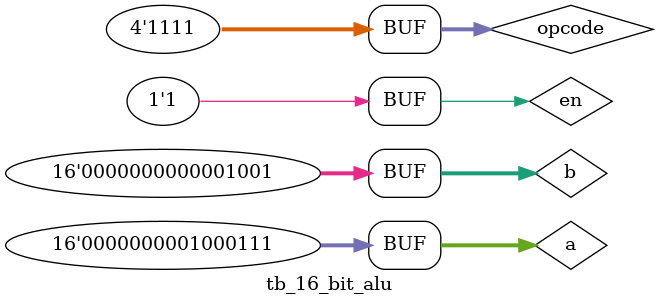
<source format=v>
`timescale 1ns / 1ps


module tb_16_bit_alu();
reg [3:0]opcode;
reg [15:0] a,b;
reg en;

wire [15:0] result;

alu_16_bit dut (result,a,b,opcode,en);

initial
    begin
        
        
        
          en=1'b1;                      // it isis enable 1 otherwise it is disable it is 
          a=16'b1000111; b=16'b1001;   ///if you write here 16 bit number  in decibal number like a=16'd49; b=16'b 9
         #10 opcode = 4'b0000;
         
         en=1'b1;                     // it is enable 
         a=16'b1000111; b=16'b1001;   ///if you write here 16 bit number  in decibal number like a=16'd49; b=16'b 9
        #10 opcode = 4'b0001;
        
        
        en=1'b1;
        a = 16'b1000111; b=16'b1001;   ///if you write here 16 bit number  in decibal number like a=16'd49; b=16'b 9
        #10 opcode = 4'b0010;
                
        en=1'b1;
        a=16'b1000111; b=16'b1001;   ///if you write here 16 bit number  in decibal number like a=16'd49; b=16'b 9
        #10 opcode = 4'b0011;
        
        en=1'b1;
        a=16'b1000111; b=16'b1001;   ///if you write here 16 bit number  in decibal number like a=16'd49; b=16'b 9
        #10 opcode = 4'b0100;
        
        en=1'b1;
        a=16'b1000111; b=16'b1001;   ///if you write here 16 bit number  in decibal number like a=16'd49; b=16'b 9
        #10 opcode = 4'b0101;
        
        en=1'b1;
        a=16'b1000111; b=16'b1001;   ///if you write here 16 bit number  in decibal number like a=16'd49; b=16'b 9
        #10 opcode = 4'b0110;
        
        en=1'b1;
        a=16'b1000111; b=16'b1001;   ///if you write here 16 bit number  in decibal number like a=16'd49; b=16'b 9
        #10 opcode = 4'b0111;
        
        en=1'b1;
        a=16'b1000111; b=16'b1001;   ///if you write here 16 bit number  in decibal number like a=16'd49; b=16'b 9
        #10 opcode = 4'b1000;

        en=1'b1;
        a=16'b1000111; b=16'b1001;   ///if you write here 16 bit number  in decibal number like a=16'd49; b=16'b 9
        #10 opcode = 4'b1001;

         en=1'b1;
        a=16'b1000111; b=16'b1001;   ///if you write here 16 bit number  in decibal number like a=16'd49; b=16'b 9
        #10 opcode = 4'b1010;

        en=1'b1;
        a=16'b1000111; b=16'b1001;   ///if you write here 16 bit number  in decibal number like a=16'd49; b=16'b 9
        #10 opcode = 4'b1011;
        
        en=1'b1;
        a=16'b1000111; b=16'b1001;   ///if you write here 16 bit number  in decibal number like a=16'd49; b=16'b 9
        #10 opcode = 4'b1100;

        en=1'b1;
        a=16'b1000111; b=16'b1001;   ///if you write here 16 bit number  in decibal number like a=16'd49; b=16'b 9
        #10 opcode = 4'b1101;

        en=1'b1;
        a=16'b1000111; b=16'b1001;   ///if you write here 16 bit number  in decibal number like a=16'd49; b=16'b 9
        #10 opcode = 4'b1110;

        en=1'b1;
        a=16'b1000111; b=16'b1001;   ///if you write here 16 bit number  in decibal number like a=16'd49; b=16'b 9
        #10 opcode = 4'b1111;

       
                        
        
    end
endmodule

</source>
